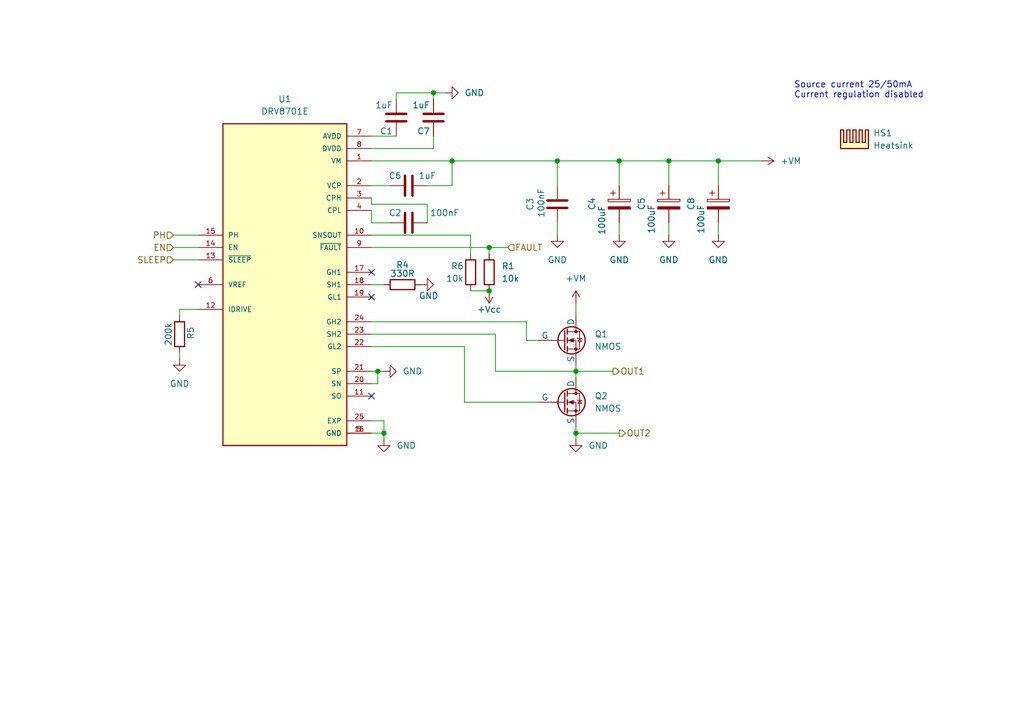
<source format=kicad_sch>
(kicad_sch (version 20250114) (generator "eeschema") (generator_version "9.0")
  (paper "A5")
  (lib_symbols
    (symbol "DRV8701PRGER:DRV8701PRGER" (pin_names (offset 1.016))
      (property "Reference" "U1" (at 0 38.1 0))
      (property "Value" "DRV8701E" (at 0 35.56 0))
      (symbol "DRV8701PRGER_0_0"
        (rectangle (start -12.7 -33.02) (end 12.7 33.02) (stroke (width 0.254)) (fill (type background)))
        (pin input line (at -17.78 5.08 0) (length 5.08) (name "~{SLEEP}") (number "13"))
        (pin input line (at -17.78 0 0) (length 5.08) (name "VREF") (number "6"))
        (pin input line (at -17.78 -5.08 0) (length 5.08) (name "IDRIVE") (number "12"))
        (pin power_in line (at 17.78 25.4 180) (length 5.08) (name "VM") (number "1"))
        (pin output line (at 17.78 20.32 180) (length 5.08) (name "VCP") (number "2"))
        (pin passive line (at 17.78 17.78 180) (length 5.08) (name "CPH") (number "3"))
        (pin passive line (at 17.78 15.24 180) (length 5.08) (name "CPL") (number "4"))
        (pin output line (at 17.78 10.16 180) (length 5.08) (name "SNSOUT") (number "10"))
        (pin output line (at 17.78 7.62 180) (length 5.08) (name "~{FAULT}") (number "9"))
        (pin output line (at 17.78 2.54 180) (length 5.08) (name "GH1") (number "17"))
        (pin input line (at 17.78 0 180) (length 5.08) (name "SH1") (number "18"))
        (pin output line (at 17.78 -2.54 180) (length 5.08) (name "GL1") (number "19"))
        (pin output line (at 17.78 -7.62 180) (length 5.08) (name "GH2") (number "24"))
        (pin input line (at 17.78 -10.16 180) (length 5.08) (name "SH2") (number "23"))
        (pin output line (at 17.78 -12.7 180) (length 5.08) (name "GL2") (number "22"))
        (pin input line (at 17.78 -17.78 180) (length 5.08) (name "SP") (number "21"))
        (pin input line (at 17.78 -20.32 180) (length 5.08) (name "SN") (number "20"))
        (pin output line (at 17.78 -22.86 180) (length 5.08) (name "SO") (number "11"))
        (pin power_in line (at 17.78 -27.94 180) (length 5.08) (name "EXP") (number "25"))
        (pin power_in line (at 17.78 -30.48 180) (length 5.08) (name "GND") (number "16"))
        (pin power_in line (at 17.78 -30.48 180) (length 5.08) (name "GND") (number "5"))
      )
      (symbol "DRV8701PRGER_1_0"
        (pin input line (at -17.78 10.16 0) (length 5.08) (name "PH") (number "15"))
        (pin input line (at -17.78 7.62 0) (length 5.08) (name "EN") (number "14"))
        (pin passive line (at 17.78 30.48 180) (length 5.08) (name "AVDD") (number "7"))
        (pin passive line (at 17.78 27.94 180) (length 5.08) (name "DVDD") (number "8"))
      )
    )
    (symbol "Device:C" (pin_numbers (hide yes)) (pin_names (offset 0.254))
      (property "Reference" "C" (at 0.635 2.54 0))
      (property "Value" "C" (at 0.635 -2.54 0))
      (symbol "C_0_1"
        (polyline (pts (xy -2.032 0.762) (xy 2.032 0.762)) (stroke (width 0.508)))
        (polyline (pts (xy -2.032 -0.762) (xy 2.032 -0.762)) (stroke (width 0.508)))
      )
      (symbol "C_1_1"
        (pin passive line (at 0 3.81 270) (length 2.794) (name "~") (number "1"))
        (pin passive line (at 0 -3.81 90) (length 2.794) (name "~") (number "2"))
      )
    )
    (symbol "Device:C_Polarized" (pin_numbers (hide yes)) (pin_names (offset 0.254))
      (property "Reference" "C" (at 0.635 2.54 0))
      (property "Value" "C_Polarized" (at 0.635 -2.54 0))
      (symbol "C_Polarized_0_1"
        (rectangle (start -2.286 0.508) (end 2.286 1.016))
        (polyline (pts (xy -1.778 2.286) (xy -0.762 2.286)))
        (polyline (pts (xy -1.27 2.794) (xy -1.27 1.778)))
        (rectangle (start 2.286 -0.508) (end -2.286 -1.016) (fill (type outline)))
      )
      (symbol "C_Polarized_1_1"
        (pin passive line (at 0 3.81 270) (length 2.794) (name "~") (number "1"))
        (pin passive line (at 0 -3.81 90) (length 2.794) (name "~") (number "2"))
      )
    )
    (symbol "Device:R" (pin_numbers (hide yes)) (pin_names (offset 0))
      (property "Reference" "R" (at 2.032 0 90))
      (property "Value" "R" (at 0 0 90))
      (symbol "R_0_1"
        (rectangle (start -1.016 -2.54) (end 1.016 2.54) (stroke (width 0.254)))
      )
      (symbol "R_1_1"
        (pin passive line (at 0 3.81 270) (length 1.27) (name "~") (number "1"))
        (pin passive line (at 0 -3.81 90) (length 1.27) (name "~") (number "2"))
      )
    )
    (symbol "Mechanical:Heatsink" (pin_names (offset 1.016)) (exclude_from_sim yes)
      (property "Reference" "HS" (at 0 5.08 0))
      (property "Value" "Heatsink" (at 0 -1.27 0))
      (symbol "Heatsink_0_1"
        (polyline (pts (xy -0.3302 1.27) (xy -0.9652 1.27) (xy -0.9652 3.81) (xy -1.6002 3.81) (xy -1.6002 1.27) (xy -2.2352 1.27) (xy -2.2352 3.81) (xy -2.8702 3.81) (xy -2.8702 0) (xy -0.9652 0)) (stroke (width 0.254)) (fill (type background)))
        (polyline (pts (xy -0.3302 1.27) (xy -0.3302 3.81) (xy 0.3048 3.81) (xy 0.3048 1.27) (xy 0.9398 1.27) (xy 0.9398 3.81) (xy 1.5748 3.81) (xy 1.5748 1.27) (xy 2.2098 1.27) (xy 2.2098 3.81) (xy 2.8448 3.81) (xy 2.8448 0) (xy -0.9652 0)) (stroke (width 0.254)) (fill (type background)))
      )
    )
    (symbol "Simulation_SPICE:NMOS" (pin_numbers (hide yes)) (pin_names (offset 0))
      (property "Reference" "Q" (at 5.08 1.27 0))
      (property "Value" "NMOS" (at 5.08 -1.27 0))
      (symbol "NMOS_0_1"
        (polyline (pts (xy 0.254 1.905) (xy 0.254 -1.905)) (stroke (width 0.254)))
        (polyline (pts (xy 0.254 0) (xy -2.54 0)))
        (polyline (pts (xy 0.762 2.286) (xy 0.762 1.27)) (stroke (width 0.254)))
        (polyline (pts (xy 0.762 0.508) (xy 0.762 -0.508)) (stroke (width 0.254)))
        (polyline (pts (xy 0.762 -1.27) (xy 0.762 -2.286)) (stroke (width 0.254)))
        (polyline (pts (xy 0.762 -1.778) (xy 3.302 -1.778) (xy 3.302 1.778) (xy 0.762 1.778)))
        (polyline (pts (xy 1.016 0) (xy 2.032 0.381) (xy 2.032 -0.381) (xy 1.016 0)) (fill (type outline)))
        (circle (center 1.651 0) (radius 2.794) (stroke (width 0.254)))
        (polyline (pts (xy 2.54 2.54) (xy 2.54 1.778)))
        (circle (center 2.54 1.778) (radius 0.254) (fill (type outline)))
        (circle (center 2.54 -1.778) (radius 0.254) (fill (type outline)))
        (polyline (pts (xy 2.54 -2.54) (xy 2.54 0) (xy 0.762 0)))
        (polyline (pts (xy 2.794 0.508) (xy 2.921 0.381) (xy 3.683 0.381) (xy 3.81 0.254)))
        (polyline (pts (xy 3.302 0.381) (xy 2.921 -0.254) (xy 3.683 -0.254) (xy 3.302 0.381)))
      )
      (symbol "NMOS_1_1"
        (pin input line (at -5.08 0 0) (length 2.54) (name "G") (number "2"))
        (pin passive line (at 2.54 5.08 270) (length 2.54) (name "D") (number "1"))
        (pin passive line (at 2.54 -5.08 90) (length 2.54) (name "S") (number "3"))
      )
    )
    (symbol "power:GND" (power) (pin_numbers (hide yes)) (pin_names (offset 0) (hide yes))
      (property "Value" "GND" (at 0 -3.81 0))
      (symbol "GND_0_1"
        (polyline (pts (xy 0 0) (xy 0 -1.27) (xy 1.27 -1.27) (xy 0 -2.54) (xy -1.27 -1.27) (xy 0 -1.27)))
      )
      (symbol "GND_1_1"
        (pin power_in line (at 0 0 270) (length 0) (name "~") (number "1"))
      )
    )
    (symbol "power:VCC" (power) (pin_numbers (hide yes)) (pin_names (offset 0) (hide yes))
      (property "Value" "VCC" (at 0 3.556 0))
      (symbol "VCC_0_1"
        (polyline (pts (xy -0.762 1.27) (xy 0 2.54)))
        (polyline (pts (xy 0 2.54) (xy 0.762 1.27)))
        (polyline (pts (xy 0 0) (xy 0 2.54)))
      )
      (symbol "VCC_1_1"
        (pin power_in line (at 0 0 90) (length 0) (name "~") (number "1"))
      )
    )
  )
  (text "Source current 25/50mA\nCurrent regulation disabled" (at 162.814 18.542 0) (effects (font (size 1.27 1.27)) (justify left)))
  (junction (at 100.33 50.8))
  (junction (at 114.3 33.02))
  (junction (at 92.71 33.02))
  (junction (at 147.32 33.02))
  (junction (at 118.11 76.2))
  (junction (at 118.11 88.9))
  (junction (at 77.47 76.2))
  (junction (at 127 33.02))
  (junction (at 137.16 33.02))
  (junction (at 100.33 59.69))
  (junction (at 78.74 88.9))
  (junction (at 88.9 19.05))
  (no_connect (at 76.2 55.88))
  (no_connect (at 40.64 58.42))
  (no_connect (at 76.2 60.96))
  (no_connect (at 76.2 81.28))
  (wire (pts (xy 114.3 45.72) (xy 114.3 48.26)))
  (wire (pts (xy 118.11 76.2) (xy 118.11 77.47)))
  (wire (pts (xy 36.83 63.5) (xy 40.64 63.5)))
  (wire (pts (xy 147.32 45.72) (xy 147.32 48.26)))
  (wire (pts (xy 76.2 50.8) (xy 100.33 50.8)))
  (wire (pts (xy 88.9 19.05) (xy 88.9 20.32)))
  (wire (pts (xy 76.2 38.1) (xy 80.01 38.1)))
  (wire (pts (xy 76.2 33.02) (xy 92.71 33.02)))
  (wire (pts (xy 87.63 41.91) (xy 76.2 41.91)))
  (wire (pts (xy 76.2 68.58) (xy 101.6 68.58)))
  (wire (pts (xy 76.2 86.36) (xy 78.74 86.36)))
  (wire (pts (xy 35.56 48.26) (xy 40.64 48.26)))
  (wire (pts (xy 137.16 45.72) (xy 137.16 48.26)))
  (wire (pts (xy 76.2 45.72) (xy 76.2 43.18)))
  (wire (pts (xy 81.28 19.05) (xy 81.28 20.32)))
  (wire (pts (xy 96.52 48.26) (xy 76.2 48.26)))
  (wire (pts (xy 114.3 33.02) (xy 114.3 38.1)))
  (wire (pts (xy 107.95 69.85) (xy 110.49 69.85)))
  (wire (pts (xy 95.25 82.55) (xy 110.49 82.55)))
  (wire (pts (xy 76.2 76.2) (xy 77.47 76.2)))
  (wire (pts (xy 127 45.72) (xy 127 48.26)))
  (wire (pts (xy 77.47 76.2) (xy 78.74 76.2)))
  (wire (pts (xy 147.32 33.02) (xy 156.21 33.02)))
  (wire (pts (xy 80.01 45.72) (xy 76.2 45.72)))
  (wire (pts (xy 91.44 19.05) (xy 88.9 19.05)))
  (wire (pts (xy 92.71 33.02) (xy 92.71 38.1)))
  (wire (pts (xy 76.2 71.12) (xy 95.25 71.12)))
  (wire (pts (xy 137.16 33.02) (xy 147.32 33.02)))
  (wire (pts (xy 76.2 27.94) (xy 81.28 27.94)))
  (wire (pts (xy 36.83 72.39) (xy 36.83 73.66)))
  (wire (pts (xy 36.83 63.5) (xy 36.83 64.77)))
  (wire (pts (xy 96.52 48.26) (xy 96.52 52.07)))
  (wire (pts (xy 87.63 38.1) (xy 92.71 38.1)))
  (wire (pts (xy 77.47 78.74) (xy 77.47 76.2)))
  (wire (pts (xy 95.25 71.12) (xy 95.25 82.55)))
  (wire (pts (xy 87.63 45.72) (xy 87.63 41.91)))
  (wire (pts (xy 76.2 88.9) (xy 78.74 88.9)))
  (wire (pts (xy 96.52 59.69) (xy 100.33 59.69)))
  (wire (pts (xy 118.11 87.63) (xy 118.11 88.9)))
  (wire (pts (xy 100.33 50.8) (xy 100.33 52.07)))
  (wire (pts (xy 76.2 66.04) (xy 107.95 66.04)))
  (wire (pts (xy 88.9 30.48) (xy 88.9 27.94)))
  (wire (pts (xy 127 33.02) (xy 127 38.1)))
  (wire (pts (xy 35.56 50.8) (xy 40.64 50.8)))
  (wire (pts (xy 100.33 50.8) (xy 104.14 50.8)))
  (wire (pts (xy 107.95 66.04) (xy 107.95 69.85)))
  (wire (pts (xy 127 33.02) (xy 137.16 33.02)))
  (wire (pts (xy 118.11 88.9) (xy 118.11 90.17)))
  (wire (pts (xy 137.16 33.02) (xy 137.16 38.1)))
  (wire (pts (xy 35.56 53.34) (xy 40.64 53.34)))
  (wire (pts (xy 118.11 76.2) (xy 125.73 76.2)))
  (wire (pts (xy 101.6 68.58) (xy 101.6 76.2)))
  (wire (pts (xy 118.11 74.93) (xy 118.11 76.2)))
  (wire (pts (xy 76.2 41.91) (xy 76.2 40.64)))
  (wire (pts (xy 78.74 90.17) (xy 78.74 88.9)))
  (wire (pts (xy 118.11 88.9) (xy 127 88.9)))
  (wire (pts (xy 92.71 33.02) (xy 114.3 33.02)))
  (wire (pts (xy 76.2 30.48) (xy 88.9 30.48)))
  (wire (pts (xy 118.11 62.23) (xy 118.11 64.77)))
  (wire (pts (xy 76.2 58.42) (xy 78.74 58.42)))
  (wire (pts (xy 147.32 33.02) (xy 147.32 38.1)))
  (wire (pts (xy 88.9 19.05) (xy 81.28 19.05)))
  (wire (pts (xy 76.2 78.74) (xy 77.47 78.74)))
  (wire (pts (xy 101.6 76.2) (xy 118.11 76.2)))
  (wire (pts (xy 114.3 33.02) (xy 127 33.02)))
  (wire (pts (xy 78.74 86.36) (xy 78.74 88.9)))
  (hierarchical_label "PH" (shape input) (at 35.56 48.26 180))
  (hierarchical_label "OUT1" (shape output) (at 125.73 76.2 0))
  (hierarchical_label "SLEEP" (shape input) (at 35.56 53.34 180))
  (hierarchical_label "EN" (shape input) (at 35.56 50.8 180))
  (hierarchical_label "OUT2" (shape output) (at 127 88.9 0))
  (hierarchical_label "FAULT" (shape input) (at 104.14 50.8 0))
  (symbol (lib_id "Device:C") (at 114.3 41.91 0) (unit 1)
    (property "Reference" "C3" (at 108.712 41.91 90))
    (property "Value" "100nF" (at 110.998 41.656 90))
    (property "Footprint" "Capacitor_SMD:C_0603_1608Metric_Pad1.08x0.95mm_HandSolder" (effects (hide yes)))
    (property "Description" "ULM" (effects (hide yes)))
    (property "Manufacturer Part Number" "C0603C104M5RACTU" (effects (hide yes)))
    (property "Mouser number" "603-CC603KRX7R9BB103" (effects (hide yes)))
    (property "Ullmanna Part Number" "BMCCK351" (effects (hide yes)))
  )
  (symbol (lib_id "Simulation_SPICE:NMOS") (at 115.57 69.85 0) (unit 1)
    (property "Reference" "Q1" (at 121.92 68.5799 0) (effects (justify left)))
    (property "Value" "NMOS" (at 121.92 71.1199 0) (effects (justify left)))
    (property "Footprint" "Package_SO:ONSemi_SO-8FL_488AA" (effects (hide yes)))
    (property "Datasheet" "https://ngspice.sourceforge.io/docs/ngspice-html-manual/manual.xhtml#cha_MOSFETs" (effects (hide yes)))
    (property "Description" "CUSTOM" (effects (hide yes)))
    (property "Sim.Device" "NMOS" (effects (hide yes)))
    (property "Sim.Type" "VDMOS" (effects (hide yes)))
    (property "Sim.Pins" "1=D 2=G 3=S" (effects (hide yes)))
    (property "Manufacturer Part Number" "NVMFWS1D7N04XMT1G " (effects (hide yes)))
    (property "Mouser number" "863-VMFWS1D7N04XMT1G" (effects (hide yes)))
  )
  (symbol (lib_id "Device:C") (at 83.82 45.72 270) (unit 1)
    (property "Reference" "C2" (at 81.026 43.688 90))
    (property "Value" "100nF" (at 91.186 43.688 90))
    (property "Footprint" "Capacitor_SMD:C_0603_1608Metric_Pad1.08x0.95mm_HandSolder" (effects (hide yes)))
    (property "Description" "ULM" (effects (hide yes)))
    (property "Manufacturer Part Number" "C0603C104M5RACTU" (effects (hide yes)))
    (property "Mouser number" "603-CC603KRX7R9BB103" (effects (hide yes)))
    (property "Ullmanna Part Number" "BMCCK351" (effects (hide yes)))
  )
  (symbol (lib_id "power:GND") (at 118.11 90.17 0) (unit 1)
    (property "Reference" "#PWR09" (effects (hide yes)))
    (property "Value" "GND" (at 120.65 91.4399 0) (effects (justify left)))
    (property "Description" "Power symbol creates a global label with name \"GND\" , ground" (effects (hide yes)))
  )
  (symbol (lib_id "Device:R") (at 100.33 55.88 180) (unit 1)
    (property "Reference" "R1" (at 102.87 54.6099 0) (effects (justify right)))
    (property "Value" "10k" (at 102.87 57.1499 0) (effects (justify right)))
    (property "Footprint" "Resistor_SMD:R_0603_1608Metric_Pad0.98x0.95mm_HandSolder" (effects (hide yes)))
    (property "Description" "ULM" (effects (hide yes)))
    (property "Manufacturer Part Number" "RC0603FR-0710KL " (effects (hide yes)))
    (property "Mouser number" "603-RC0603FR-0710KL " (effects (hide yes)))
    (property "Ullmanna Part Number" "BMCR0201" (effects (hide yes)))
  )
  (symbol (lib_id "Device:C_Polarized") (at 147.32 41.91 0) (unit 1)
    (property "Reference" "C8" (at 141.732 43.18 90) (effects (justify left)))
    (property "Value" "100uF" (at 143.764 48.006 90) (effects (justify left)))
    (property "Footprint" "Capacitor_Tantalum_SMD:CP_EIA-7343-40_Kemet-Y_HandSolder" (effects (hide yes)))
    (property "Description" "ADD" (effects (hide yes)))
    (property "Manufacturer Part Number" "80-T491X107M25ATAUTO " (effects (hide yes)))
    (property "Mouser number" "80-T491X107M25ATAUTO" (effects (hide yes)))
  )
  (symbol (lib_id "power:VCC") (at 118.11 62.23 0) (unit 1)
    (property "Reference" "#PWR012" (effects (hide yes)))
    (property "Value" "+VM" (at 118.11 57.15 0))
    (property "Description" "Power symbol creates a global label with name \"VCC\"" (effects (hide yes)))
  )
  (symbol (lib_id "Device:R") (at 96.52 55.88 180) (unit 1)
    (property "Reference" "R6" (at 92.456 54.61 0) (effects (justify right)))
    (property "Value" "10k" (at 91.44 57.15 0) (effects (justify right)))
    (property "Footprint" "Resistor_SMD:R_0603_1608Metric_Pad0.98x0.95mm_HandSolder" (effects (hide yes)))
    (property "Description" "ULM" (effects (hide yes)))
    (property "Manufacturer Part Number" "RC0603FR-0710KL " (effects (hide yes)))
    (property "Mouser number" "603-RC0603FR-0710KL " (effects (hide yes)))
    (property "Ullmanna Part Number" "BMCR0201" (effects (hide yes)))
  )
  (symbol (lib_id "Device:C") (at 88.9 24.13 0) (unit 1)
    (property "Reference" "C7" (at 86.868 26.924 0))
    (property "Value" "1uF" (at 86.36 21.59 0))
    (property "Footprint" "Capacitor_SMD:C_0603_1608Metric_Pad1.08x0.95mm_HandSolder" (effects (hide yes)))
    (property "Description" "ULM" (effects (hide yes)))
    (property "Manufacturer Part Number" "CC603KRX5R8BB105 " (effects (hide yes)))
    (property "Mouser number" "603-CC603KRX5R8BB105 " (effects (hide yes)))
    (property "Ullmanna Part Number" "BMCCK405" (effects (hide yes)))
  )
  (symbol (lib_id "power:GND") (at 86.36 58.42 90) (unit 1)
    (property "Reference" "#PWR08" (effects (hide yes)))
    (property "Value" "GND" (at 85.852 60.706 90) (effects (justify right)))
    (property "Description" "Power symbol creates a global label with name \"GND\" , ground" (effects (hide yes)))
  )
  (symbol (lib_id "DRV8701PRGER:DRV8701PRGER") (at 58.42 58.42 0) (unit 1)
    (property "Reference" "U1" (at 58.42 20.32 0))
    (property "Value" "DRV8701E" (at 58.42 22.86 0))
    (property "Footprint" "DRV8701PRGER:QFN50P400X400X100-25N" (effects (hide yes)))
    (property "MF" "Texas Instruments" (effects (hide yes)))
    (property "SNAPEDA_PACKAGE_ID" "119366" (effects (hide yes)))
    (property "Package" "QFN-24 Texas Instruments" (effects (hide yes)))
    (property "Price" "None" (effects (hide yes)))
    (property "Check_prices" "https://www.snapeda.com/parts/DRV8701PRGER/Texas+Instruments/view-part/?ref=eda" (effects (hide yes)))
    (property "STANDARD" "Manufacturer Recommendations" (effects (hide yes)))
    (property "PARTREV" "B" (effects (hide yes)))
    (property "SnapEDA_Link" "https://www.snapeda.com/parts/DRV8701PRGER/Texas+Instruments/view-part/?ref=snap" (effects (hide yes)))
    (property "MP" "DRV8701PRGER" (effects (hide yes)))
    (property "Description_1" "47-V H-bridge smart gate driver" (effects (hide yes)))
    (property "MANUFACTURER" "Texas Instruments" (effects (hide yes)))
    (property "Availability" "In Stock" (effects (hide yes)))
    (property "MAXIMUM_PACKAGE_HEIGHT" "1 mm" (effects (hide yes)))
    (property "Manufacturer Part Number" "DRV8701ERGER" (effects (hide yes)))
    (property "Mouser number" "595-DRV8701ERGER" (effects (hide yes)))
  )
  (symbol (lib_id "power:GND") (at 78.74 90.17 0) (unit 1)
    (property "Reference" "#PWR011" (effects (hide yes)))
    (property "Value" "GND" (at 81.28 91.4399 0) (effects (justify left)))
    (property "Description" "Power symbol creates a global label with name \"GND\" , ground" (effects (hide yes)))
  )
  (symbol (lib_id "Device:R") (at 82.55 58.42 270) (unit 1)
    (property "Reference" "R4" (at 82.55 54.356 90))
    (property "Value" "330R" (at 82.55 56.134 90))
    (property "Footprint" "Resistor_SMD:R_0603_1608Metric_Pad0.98x0.95mm_HandSolder" (effects (hide yes)))
    (property "Description" "ULM" (effects (hide yes)))
    (property "Manufacturer Part Number" " RT0603FRE13330RL " (effects (hide yes)))
    (property "Mouser number" "603-RT0603FRE13330RL" (effects (hide yes)))
    (property "Ullmanna Part Number" "BMCR0163" (effects (hide yes)))
  )
  (symbol (lib_id "Simulation_SPICE:NMOS") (at 115.57 82.55 0) (unit 1)
    (property "Reference" "Q2" (at 121.92 81.2799 0) (effects (justify left)))
    (property "Value" "NMOS" (at 121.92 83.8199 0) (effects (justify left)))
    (property "Footprint" "Package_SO:ONSemi_SO-8FL_488AA" (effects (hide yes)))
    (property "Datasheet" "https://ngspice.sourceforge.io/docs/ngspice-html-manual/manual.xhtml#cha_MOSFETs" (effects (hide yes)))
    (property "Description" "CUSTOM" (effects (hide yes)))
    (property "Sim.Device" "NMOS" (effects (hide yes)))
    (property "Sim.Type" "VDMOS" (effects (hide yes)))
    (property "Sim.Pins" "1=D 2=G 3=S" (effects (hide yes)))
    (property "Manufacturer Part Number" "NVMFWS1D7N04XMT1G " (effects (hide yes)))
    (property "Mouser number" "863-VMFWS1D7N04XMT1G" (effects (hide yes)))
  )
  (symbol (lib_id "power:GND") (at 114.3 48.26 0) (unit 1)
    (property "Reference" "#PWR014" (effects (hide yes)))
    (property "Value" "GND" (at 114.3 53.34 0))
    (property "Description" "Power symbol creates a global label with name \"GND\" , ground" (effects (hide yes)))
  )
  (symbol (lib_id "power:GND") (at 147.32 48.26 0) (unit 1)
    (property "Reference" "#PWR010" (effects (hide yes)))
    (property "Value" "GND" (at 147.32 53.34 0))
    (property "Description" "Power symbol creates a global label with name \"GND\" , ground" (effects (hide yes)))
  )
  (symbol (lib_id "Device:C") (at 81.28 24.13 0) (unit 1)
    (property "Reference" "C1" (at 79.248 26.924 0))
    (property "Value" "1uF" (at 78.74 21.59 0))
    (property "Footprint" "Capacitor_SMD:C_0603_1608Metric_Pad1.08x0.95mm_HandSolder" (effects (hide yes)))
    (property "Description" "ULM" (effects (hide yes)))
    (property "Manufacturer Part Number" "CC603KRX5R8BB105 " (effects (hide yes)))
    (property "Mouser number" "603-CC603KRX5R8BB105 " (effects (hide yes)))
    (property "Ullmanna Part Number" "BMCCK405" (effects (hide yes)))
  )
  (symbol (lib_id "Device:C_Polarized") (at 127 41.91 0) (unit 1)
    (property "Reference" "C4" (at 121.412 43.18 90) (effects (justify left)))
    (property "Value" "100uF" (at 123.444 48.26 90) (effects (justify left)))
    (property "Footprint" "Capacitor_Tantalum_SMD:CP_EIA-7343-40_Kemet-Y_HandSolder" (effects (hide yes)))
    (property "Description" "ADD" (effects (hide yes)))
    (property "Manufacturer Part Number" "80-T491X107M25ATAUTO " (effects (hide yes)))
    (property "Mouser number" "80-T491X107M25ATAUTO" (effects (hide yes)))
  )
  (symbol (lib_id "Device:C_Polarized") (at 137.16 41.91 0) (unit 1)
    (property "Reference" "C5" (at 131.572 43.18 90) (effects (justify left)))
    (property "Value" "100uF" (at 133.604 48.006 90) (effects (justify left)))
    (property "Footprint" "Capacitor_Tantalum_SMD:CP_EIA-7343-40_Kemet-Y_HandSolder" (effects (hide yes)))
    (property "Description" "ADD" (effects (hide yes)))
    (property "Manufacturer Part Number" "80-T491X107M25ATAUTO " (effects (hide yes)))
    (property "Mouser number" "80-T491X107M25ATAUTO" (effects (hide yes)))
  )
  (symbol (lib_id "power:VCC") (at 100.33 59.69 180) (unit 1)
    (property "Reference" "#PWR02" (effects (hide yes)))
    (property "Value" "+Vcc" (at 100.33 63.5 0))
    (property "Description" "Power symbol creates a global label with name \"VCC\"" (effects (hide yes)))
  )
  (symbol (lib_id "power:GND") (at 137.16 48.26 0) (unit 1)
    (property "Reference" "#PWR016" (effects (hide yes)))
    (property "Value" "GND" (at 137.16 53.34 0))
    (property "Description" "Power symbol creates a global label with name \"GND\" , ground" (effects (hide yes)))
  )
  (symbol (lib_id "power:GND") (at 127 48.26 0) (unit 1)
    (property "Reference" "#PWR015" (effects (hide yes)))
    (property "Value" "GND" (at 127 53.34 0))
    (property "Description" "Power symbol creates a global label with name \"GND\" , ground" (effects (hide yes)))
  )
  (symbol (lib_id "Device:C") (at 83.82 38.1 270) (unit 1)
    (property "Reference" "C6" (at 81.026 36.068 90))
    (property "Value" "1uF" (at 87.63 36.068 90))
    (property "Footprint" "Capacitor_SMD:C_0603_1608Metric_Pad1.08x0.95mm_HandSolder" (effects (hide yes)))
    (property "Description" "ULM" (effects (hide yes)))
    (property "Manufacturer Part Number" "CC603KRX5R8BB105 " (effects (hide yes)))
    (property "Mouser number" "603-CC603KRX5R8BB105 " (effects (hide yes)))
    (property "Ullmanna Part Number" "BMCCK405" (effects (hide yes)))
  )
  (symbol (lib_id "Device:R") (at 36.83 68.58 0) (unit 1)
    (property "Reference" "R5" (at 39.116 68.326 90))
    (property "Value" "200k" (at 34.544 68.58 90))
    (property "Footprint" "Resistor_SMD:R_0603_1608Metric_Pad0.98x0.95mm_HandSolder" (effects (hide yes)))
    (property "Description" "ULM" (effects (hide yes)))
    (property "Manufacturer Part Number" "RT0603FRE07200KL" (effects (hide yes)))
    (property "Mouser number" "603-RT0603FRE07200KL" (effects (hide yes)))
    (property "Ullmanna Part Number" "BMCR0233" (effects (hide yes)))
  )
  (symbol (lib_id "power:GND") (at 91.44 19.05 90) (unit 1)
    (property "Reference" "#PWR05" (effects (hide yes)))
    (property "Value" "GND" (at 95.25 19.0499 90) (effects (justify right)))
    (property "Description" "Power symbol creates a global label with name \"GND\" , ground" (effects (hide yes)))
  )
  (symbol (lib_id "power:VCC") (at 156.21 33.02 270) (unit 1)
    (property "Reference" "#PWR013" (effects (hide yes)))
    (property "Value" "+VM" (at 160.02 33.0199 90) (effects (justify left)))
    (property "Description" "Power symbol creates a global label with name \"VCC\"" (effects (hide yes)))
  )
  (symbol (lib_id "Mechanical:Heatsink") (at 175.26 30.48 0) (unit 1) (exclude_from_sim yes)
    (property "Reference" "HS1" (at 179.07 27.3049 0) (effects (justify left)))
    (property "Value" "Heatsink" (at 179.07 29.8449 0) (effects (justify left)))
    (property "Footprint" "heatsinks:DRV8874_TO220_Heatsink" (effects (hide yes)))
    (property "Description" "CUSTOM" (effects (hide yes)))
    (property "Manufacturer Part Number" "ICKSMDM21SA" (effects (hide yes)))
  )
  (symbol (lib_id "power:GND") (at 36.83 73.66 0) (unit 1)
    (property "Reference" "#PWR021" (effects (hide yes)))
    (property "Value" "GND" (at 36.83 78.74 0))
    (property "Description" "Power symbol creates a global label with name \"GND\" , ground" (effects (hide yes)))
  )
  (symbol (lib_id "power:GND") (at 78.74 76.2 90) (unit 1)
    (property "Reference" "#PWR022" (effects (hide yes)))
    (property "Value" "GND" (at 82.55 76.1999 90) (effects (justify right)))
    (property "Description" "Power symbol creates a global label with name \"GND\" , ground" (effects (hide yes)))
  )
)
</source>
